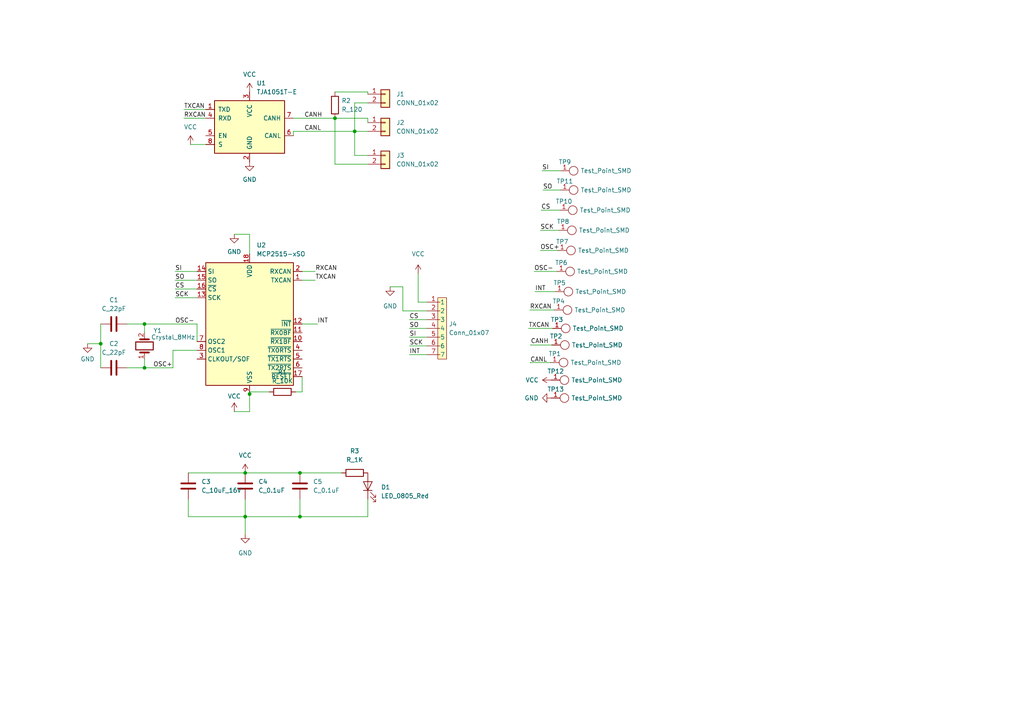
<source format=kicad_sch>
(kicad_sch (version 20211123) (generator eeschema)
  (paper "A4")
  (title_block (title "SPI to CAN Adapter") (company "Olin Baja"))
  (lib_symbols
    (symbol "Interface_CAN_LIN:MCP2515-xSO"
      (property "Reference" "U" (at -10.16 19.685 0))
      (property "Value" "MCP2515-xSO" (at 19.05 20.32 0))
      (symbol "MCP2515-xSO_0_1"
        (rectangle (start -12.7 17.78) (end 12.7 -17.78) (stroke (width 0.254)) (fill (type background)))
      )
      (symbol "MCP2515-xSO_1_1"
        (pin output line (at 15.24 12.7 180) (length 2.54) (name "TXCAN") (number "1"))
        (pin output line (at 15.24 -5.08 180) (length 2.54) (name "~{RX1BF}") (number "10"))
        (pin output line (at 15.24 -2.54 180) (length 2.54) (name "~{RX0BF}") (number "11"))
        (pin output line (at 15.24 0 180) (length 2.54) (name "~{INT}") (number "12"))
        (pin input line (at -15.24 7.62 0) (length 2.54) (name "SCK") (number "13"))
        (pin input line (at -15.24 15.24 0) (length 2.54) (name "SI") (number "14"))
        (pin output line (at -15.24 12.7 0) (length 2.54) (name "SO") (number "15"))
        (pin input line (at -15.24 10.16 0) (length 2.54) (name "~{CS}") (number "16"))
        (pin input line (at 15.24 -15.24 180) (length 2.54) (name "~{RESET}") (number "17"))
        (pin power_in line (at 0 20.32 270) (length 2.54) (name "VDD") (number "18"))
        (pin input line (at 15.24 15.24 180) (length 2.54) (name "RXCAN") (number "2"))
        (pin output line (at -15.24 -10.16 0) (length 2.54) (name "CLKOUT/SOF") (number "3"))
        (pin input line (at 15.24 -7.62 180) (length 2.54) (name "~{TX0RTS}") (number "4"))
        (pin input line (at 15.24 -10.16 180) (length 2.54) (name "~{TX1RTS}") (number "5"))
        (pin input line (at 15.24 -12.7 180) (length 2.54) (name "~{TX2RTS}") (number "6"))
        (pin output line (at -15.24 -5.08 0) (length 2.54) (name "OSC2") (number "7"))
        (pin input line (at -15.24 -7.62 0) (length 2.54) (name "OSC1") (number "8"))
        (pin power_in line (at 0 -20.32 90) (length 2.54) (name "VSS") (number "9"))
      )
    )
    (symbol "Interface_CAN_LIN:TJA1051T-E" (pin_names (offset 1.016))
      (property "Reference" "U" (at -10.16 8.89 0))
      (property "Value" "TJA1051T-E" (at 1.27 8.89 0))
      (symbol "TJA1051T-E_0_1"
        (rectangle (start -10.16 7.62) (end 10.16 -7.62) (stroke (width 0.254)) (fill (type background)))
      )
      (symbol "TJA1051T-E_1_1"
        (pin input line (at -12.7 5.08 0) (length 2.54) (name "TXD") (number "1"))
        (pin power_in line (at 0 -10.16 90) (length 2.54) (name "GND") (number "2"))
        (pin power_in line (at 0 10.16 270) (length 2.54) (name "VCC") (number "3"))
        (pin output line (at -12.7 2.54 0) (length 2.54) (name "RXD") (number "4"))
        (pin input line (at -12.7 -2.54 0) (length 2.54) (name "EN") (number "5"))
        (pin bidirectional line (at 12.7 -2.54 180) (length 2.54) (name "CANL") (number "6"))
        (pin bidirectional line (at 12.7 2.54 180) (length 2.54) (name "CANH") (number "7"))
        (pin input line (at -12.7 -5.08 0) (length 2.54) (name "S") (number "8"))
      )
    )
    (symbol "baja_schematics:CONN_01x02" (pin_names (offset 1.016) hide)
      (property "Reference" "J" (at 0 2.54 0))
      (property "Value" "CONN_01x02" (at 0 -5.08 0))
      (symbol "CONN_01x02_1_1"
        (rectangle (start -1.27 -2.413) (end 0 -2.667) (stroke (width 0.1524)))
        (rectangle (start -1.27 0.127) (end 0 -0.127) (stroke (width 0.1524)))
        (rectangle (start -1.27 1.27) (end 1.27 -3.81) (stroke (width 0.254)) (fill (type background)))
        (pin passive line (at -5.08 0 0) (length 3.81) (name "Pin_1") (number "1"))
        (pin passive line (at -5.08 -2.54 0) (length 3.81) (name "Pin_2") (number "2"))
      )
    )
    (symbol "baja_schematics:C_0.1uF" (pin_numbers hide) (pin_names (offset 0.254))
      (property "Reference" "C" (at 0.635 2.54 0))
      (property "Value" "C_0.1uF" (at 0.635 -2.54 0))
      (symbol "C_0.1uF_0_1"
        (polyline (pts (xy -2.032 -0.762) (xy 2.032 -0.762)) (stroke (width 0.508)))
        (polyline (pts (xy -2.032 0.762) (xy 2.032 0.762)) (stroke (width 0.508)))
      )
      (symbol "C_0.1uF_1_1"
        (pin passive line (at 0 3.81 270) (length 2.794) (name "~") (number "1"))
        (pin passive line (at 0 -3.81 90) (length 2.794) (name "~") (number "2"))
      )
    )
    (symbol "baja_schematics:C_10uF_16V" (pin_numbers hide) (pin_names (offset 0.254))
      (property "Reference" "C" (at 0.635 2.54 0))
      (property "Value" "C_10uF_16V" (at 0.635 -2.54 0))
      (symbol "C_10uF_16V_0_1"
        (polyline (pts (xy -2.032 -0.762) (xy 2.032 -0.762)) (stroke (width 0.508)))
        (polyline (pts (xy -2.032 0.762) (xy 2.032 0.762)) (stroke (width 0.508)))
      )
      (symbol "C_10uF_16V_1_1"
        (pin passive line (at 0 3.81 270) (length 2.794) (name "~") (number "1"))
        (pin passive line (at 0 -3.81 90) (length 2.794) (name "~") (number "2"))
      )
    )
    (symbol "baja_schematics:C_18pF" (pin_numbers hide) (pin_names (offset 0.254))
      (property "Reference" "C" (at 0.635 2.54 0))
      (property "Value" "C_18pF" (at 0.635 -2.54 0))
      (symbol "C_18pF_0_1"
        (polyline (pts (xy -2.032 -0.762) (xy 2.032 -0.762)) (stroke (width 0.508)))
        (polyline (pts (xy -2.032 0.762) (xy 2.032 0.762)) (stroke (width 0.508)))
      )
      (symbol "C_18pF_1_1"
        (pin passive line (at 0 3.81 270) (length 2.794) (name "~") (number "1"))
        (pin passive line (at 0 -3.81 90) (length 2.794) (name "~") (number "2"))
      )
    )
    (symbol "baja_schematics:Conn_01x07" (pin_names (offset 0.025))
      (property "Reference" "J" (at 0 0 0))
      (property "Value" "Conn_01x07" (at 0.635 -20.32 0))
      (symbol "Conn_01x07_0_1"
        (rectangle (start -3.175 -1.27) (end -5.715 -19.05) (fill (type background)))
      )
      (symbol "Conn_01x07_1_1"
        (pin passive line (at 0 -2.54 180) (length 3.81) (name "1") (number "1"))
        (pin passive line (at 0 -5.08 180) (length 3.81) (name "2") (number "2"))
        (pin passive line (at 0 -7.62 180) (length 3.81) (name "3") (number "3"))
        (pin passive line (at 0 -10.16 180) (length 3.81) (name "4") (number "4"))
        (pin passive line (at 0 -12.7 180) (length 3.81) (name "5") (number "5"))
        (pin passive line (at 0 -15.24 180) (length 3.81) (name "6") (number "6"))
        (pin passive line (at 0 -17.78 180) (length 3.81) (name "7") (number "7"))
      )
    )
    (symbol "baja_schematics:Crystal_8MHz" (pin_names (offset 1.016) hide)
      (property "Reference" "Y" (at 1.27 4.445 0))
      (property "Value" "Crystal_8MHz" (at 1.27 2.54 0))
      (symbol "Crystal_8MHz_1_1"
        (rectangle (start -1.143 2.54) (end 1.143 -2.54) (stroke (width 0.3048)))
        (polyline (pts (xy -2.54 0) (xy -1.905 0)))
        (polyline (pts (xy -1.905 -1.27) (xy -1.905 1.27)) (stroke (width 0.508)))
        (polyline (pts (xy 1.905 -1.27) (xy 1.905 1.27)) (stroke (width 0.508)))
        (polyline (pts (xy 2.54 0) (xy 1.905 0)))
        (pin passive line (at -3.81 0 0) (length 1.27) (name "1") (number "1"))
        (pin passive line (at 3.81 0 180) (length 1.27) (name "2") (number "2"))
      )
    )
    (symbol "baja_schematics:LED_0805_Red" (pin_numbers hide) (pin_names (offset 1.016) hide)
      (property "Reference" "D" (at 0 -2.54 0))
      (property "Value" "LED_0805_Red" (at 0 2.54 0))
      (symbol "LED_0805_Red_0_1"
        (polyline (pts (xy -1.27 -1.27) (xy -1.27 1.27)) (stroke (width 0.2032)))
        (polyline (pts (xy -1.27 0) (xy 1.27 0)))
        (polyline (pts (xy 1.27 -1.27) (xy 1.27 1.27) (xy -1.27 0) (xy 1.27 -1.27)) (stroke (width 0.2032)))
        (polyline (pts (xy -3.048 -0.762) (xy -4.572 -2.286) (xy -3.81 -2.286) (xy -4.572 -2.286) (xy -4.572 -1.524)))
        (polyline (pts (xy -1.778 -0.762) (xy -3.302 -2.286) (xy -2.54 -2.286) (xy -3.302 -2.286) (xy -3.302 -1.524)))
      )
      (symbol "LED_0805_Red_1_1"
        (pin passive line (at -3.81 0 0) (length 2.54) (name "K") (number "1"))
        (pin passive line (at 3.81 0 180) (length 2.54) (name "A") (number "2"))
      )
    )
    (symbol "baja_schematics:R_10K" (pin_numbers hide) (pin_names (offset 0))
      (property "Reference" "R" (at 2.032 0 90))
      (property "Value" "R_10K" (at -2.54 0 90))
      (symbol "R_10K_0_1"
        (rectangle (start -1.016 -2.54) (end 1.016 2.54) (stroke (width 0.254)))
      )
      (symbol "R_10K_1_1"
        (pin passive line (at 0 3.81 270) (length 1.27) (name "~") (number "1"))
        (pin passive line (at 0 -3.81 90) (length 1.27) (name "~") (number "2"))
      )
    )
    (symbol "baja_schematics:R_120" (pin_numbers hide) (pin_names (offset 0))
      (property "Reference" "R" (at 2.032 0 90))
      (property "Value" "R_120" (at -2.54 0 90))
      (symbol "R_120_0_1"
        (rectangle (start -1.016 -2.54) (end 1.016 2.54) (stroke (width 0.254)))
      )
      (symbol "R_120_1_1"
        (pin passive line (at 0 3.81 270) (length 1.27) (name "~") (number "1"))
        (pin passive line (at 0 -3.81 90) (length 1.27) (name "~") (number "2"))
      )
    )
    (symbol "baja_schematics:R_1K" (pin_numbers hide) (pin_names (offset 0))
      (property "Reference" "R" (at 2.032 0 90))
      (property "Value" "R_1K" (at -2.54 0 90))
      (symbol "R_1K_0_1"
        (rectangle (start -1.016 -2.54) (end 1.016 2.54) (stroke (width 0.254)))
      )
      (symbol "R_1K_1_1"
        (pin passive line (at 0 3.81 270) (length 1.27) (name "~") (number "1"))
        (pin passive line (at 0 -3.81 90) (length 1.27) (name "~") (number "2"))
      )
    )
    (symbol "baja_schematics:Test_Point_SMD" (pin_names (offset 1.016))
      (property "Reference" "TP" (at 0 7.62 0))
      (property "Value" "Test_Point_SMD" (at 1.27 5.08 0))
      (symbol "Test_Point_SMD_1_1"
        (circle (center 0 2.54) (radius 1.27))
        (pin input line (at 0 -1.27 90) (length 2.54) (name "~") (number "1"))
      )
    )
    (symbol "power:GND" (power) (pin_names (offset 0))
      (property "Value" "GND" (at 0 -3.81 0))
      (symbol "GND_0_1"
        (polyline (pts (xy 0 0) (xy 0 -1.27) (xy 1.27 -1.27) (xy 0 -2.54) (xy -1.27 -1.27) (xy 0 -1.27)))
      )
      (symbol "GND_1_1"
        (pin power_in line (at 0 0 270) (length 0) hide (name "GND") (number "1"))
      )
    )
    (symbol "power:VCC" (power) (pin_names (offset 0))
      (property "Value" "VCC" (at 0 3.81 0))
      (symbol "VCC_0_1"
        (polyline (pts (xy -0.762 1.27) (xy 0 2.54)))
        (polyline (pts (xy 0 0) (xy 0 2.54)))
        (polyline (pts (xy 0 2.54) (xy 0.762 1.27)))
      )
      (symbol "VCC_1_1"
        (pin power_in line (at 0 0 90) (length 0) hide (name "VCC") (number "1"))
      )
    )
  )
  (junction (at 102.87 38.1))
  (junction (at 71.12 137.16))
  (junction (at 97.155 34.29))
  (junction (at 86.995 149.86))
  (junction (at 29.21 99.695))
  (junction (at 41.91 93.98))
  (junction (at 41.91 106.68))
  (junction (at 72.39 114.3))
  (junction (at 86.995 137.16))
  (junction (at 71.12 149.86))
  (wire (pts (xy 67.945 119.38) (xy 72.39 119.38)))
  (wire (pts (xy 159.639 105.156) (xy 153.797 105.156)))
  (wire (pts (xy 71.12 137.16) (xy 86.995 137.16)))
  (wire (pts (xy 102.87 45.085) (xy 106.68 45.085)))
  (wire (pts (xy 41.91 93.98) (xy 41.91 96.52)))
  (wire (pts (xy 97.155 26.67) (xy 106.68 26.67)))
  (wire (pts (xy 86.995 144.78) (xy 86.995 149.86)))
  (wire (pts (xy 156.972 60.96) (xy 162.306 60.96)))
  (wire (pts (xy 29.21 93.98) (xy 29.21 99.695)))
  (wire (pts (xy 102.87 38.1) (xy 102.87 29.845)))
  (wire (pts (xy 85.725 113.665) (xy 87.63 113.665)))
  (wire (pts (xy 121.285 79.375) (xy 121.285 87.63)))
  (wire (pts (xy 157.226 49.53) (xy 162.56 49.53)))
  (wire (pts (xy 153.289 95.25) (xy 160.274 95.25)))
  (wire (pts (xy 87.63 113.665) (xy 87.63 109.22)))
  (wire (pts (xy 118.745 100.33) (xy 123.825 100.33)))
  (wire (pts (xy 106.68 26.67) (xy 106.68 27.305)))
  (wire (pts (xy 118.745 97.79) (xy 123.825 97.79)))
  (wire (pts (xy 97.155 47.625) (xy 106.68 47.625)))
  (wire (pts (xy 85.09 38.1) (xy 85.09 39.37)))
  (wire (pts (xy 25.4 99.695) (xy 29.21 99.695)))
  (wire (pts (xy 87.63 93.98) (xy 92.075 93.98)))
  (wire (pts (xy 41.91 104.14) (xy 41.91 106.68)))
  (wire (pts (xy 78.105 113.665) (xy 72.39 113.665)))
  (wire (pts (xy 121.285 87.63) (xy 123.825 87.63)))
  (wire (pts (xy 50.8 81.28) (xy 57.15 81.28)))
  (wire (pts (xy 72.39 113.665) (xy 72.39 114.3)))
  (wire (pts (xy 106.68 34.29) (xy 106.68 35.56)))
  (wire (pts (xy 54.61 144.78) (xy 54.61 149.86)))
  (wire (pts (xy 118.745 95.25) (xy 123.825 95.25)))
  (wire (pts (xy 50.8 83.82) (xy 57.15 83.82)))
  (wire (pts (xy 153.924 100.076) (xy 153.924 99.949)))
  (wire (pts (xy 97.155 34.29) (xy 106.68 34.29)))
  (wire (pts (xy 71.12 149.86) (xy 71.12 154.94)))
  (wire (pts (xy 50.8 78.74) (xy 57.15 78.74)))
  (wire (pts (xy 86.995 137.16) (xy 99.06 137.16)))
  (wire (pts (xy 106.68 144.78) (xy 106.68 149.86)))
  (wire (pts (xy 153.67 89.916) (xy 160.782 89.916)))
  (wire (pts (xy 29.21 99.695) (xy 29.21 106.68)))
  (wire (pts (xy 116.84 90.17) (xy 123.825 90.17)))
  (wire (pts (xy 53.34 34.29) (xy 59.69 34.29)))
  (wire (pts (xy 87.63 78.74) (xy 91.44 78.74)))
  (wire (pts (xy 50.165 101.6) (xy 50.165 106.68)))
  (wire (pts (xy 156.718 72.644) (xy 161.798 72.644)))
  (wire (pts (xy 155.194 84.582) (xy 161.036 84.582)))
  (wire (pts (xy 53.34 31.75) (xy 59.69 31.75)))
  (wire (pts (xy 36.83 93.98) (xy 41.91 93.98)))
  (wire (pts (xy 41.91 106.68) (xy 50.165 106.68)))
  (wire (pts (xy 154.94 78.74) (xy 161.544 78.74)))
  (wire (pts (xy 54.61 149.86) (xy 71.12 149.86)))
  (wire (pts (xy 102.87 29.845) (xy 106.68 29.845)))
  (wire (pts (xy 160.02 100.076) (xy 153.924 100.076)))
  (wire (pts (xy 71.12 149.86) (xy 86.995 149.86)))
  (wire (pts (xy 41.91 93.98) (xy 57.15 93.98)))
  (wire (pts (xy 157.48 55.118) (xy 162.56 55.118)))
  (wire (pts (xy 36.83 106.68) (xy 41.91 106.68)))
  (wire (pts (xy 118.745 92.71) (xy 123.825 92.71)))
  (wire (pts (xy 97.155 34.29) (xy 97.155 47.625)))
  (wire (pts (xy 57.15 93.98) (xy 57.15 99.06)))
  (wire (pts (xy 85.09 34.29) (xy 97.155 34.29)))
  (wire (pts (xy 57.15 101.6) (xy 50.165 101.6)))
  (wire (pts (xy 71.12 144.78) (xy 71.12 149.86)))
  (wire (pts (xy 72.39 67.945) (xy 72.39 73.66)))
  (wire (pts (xy 86.995 149.86) (xy 106.68 149.86)))
  (wire (pts (xy 72.39 114.3) (xy 72.39 119.38)))
  (wire (pts (xy 50.8 86.36) (xy 57.15 86.36)))
  (wire (pts (xy 106.68 38.1) (xy 102.87 38.1)))
  (wire (pts (xy 153.797 105.156) (xy 153.797 105.283)))
  (wire (pts (xy 102.87 38.1) (xy 102.87 45.085)))
  (wire (pts (xy 102.87 38.1) (xy 85.09 38.1)))
  (wire (pts (xy 55.245 41.91) (xy 59.69 41.91)))
  (wire (pts (xy 156.718 66.802) (xy 162.052 66.802)))
  (wire (pts (xy 54.61 137.16) (xy 71.12 137.16)))
  (wire (pts (xy 113.157 83.185) (xy 116.84 83.185)))
  (wire (pts (xy 87.63 81.28) (xy 91.44 81.28)))
  (wire (pts (xy 67.945 67.945) (xy 72.39 67.945)))
  (wire (pts (xy 118.745 102.87) (xy 123.825 102.87)))
  (wire (pts (xy 116.84 83.185) (xy 116.84 90.17)))
  (label "OSC+" (at 44.45 106.68 0))
  (label "CS" (at 156.972 60.96 0))
  (label "RXCAN" (at 53.34 34.29 0))
  (label "OSC-" (at 50.8 93.98 0))
  (label "CS" (at 50.8 83.82 0))
  (label "CANL" (at 153.797 105.283 0))
  (label "SCK" (at 50.8 86.36 0))
  (label "SI" (at 157.226 49.53 0))
  (label "SCK" (at 118.745 100.33 0))
  (label "SO" (at 157.48 55.118 0))
  (label "SCK" (at 156.718 66.802 0))
  (label "TXCAN" (at 53.34 31.75 0))
  (label "CANH" (at 153.924 99.949 0))
  (label "TXCAN" (at 153.289 95.25 0))
  (label "TXCAN" (at 91.44 81.28 0))
  (label "RXCAN" (at 91.44 78.74 0))
  (label "OSC+" (at 156.718 72.644 0))
  (label "SI" (at 50.8 78.74 0))
  (label "CS" (at 118.745 92.71 0))
  (label "SO" (at 118.745 95.25 0))
  (label "SO" (at 50.8 81.28 0))
  (label "RXCAN" (at 153.67 89.916 0))
  (label "INT" (at 155.194 84.582 0))
  (label "OSC-" (at 154.94 78.74 0))
  (label "CANH" (at 88.265 34.29 0))
  (label "SI" (at 118.745 97.79 0))
  (label "CANL" (at 88.265 38.1 0))
  (label "INT" (at 118.745 102.87 0))
  (label "INT" (at 92.075 93.98 0))
  (symbol (lib_id "baja_schematics:C_18pF") (at 33.02 106.68 90) (unit 1)
    (property "Reference" "C2" (at 33.02 99.695 90))
    (property "Value" "C_22pF" (at 33.02 102.235 90))
    (property "Footprint" "footprints:C_0603_1608Metric" (effects hide))
    (property "Datasheet" "https://www.vishay.com/docs/28548/vjw1bcbascomseries.pdf" (effects hide))
    (property "MFN" "DK" (effects hide))
    (property "MPN" "720-1660-1-ND" (effects hide))
    (property "PurchasingLink" "https://www.digikey.com/product-detail/en/vishay-vitramon/VJ0603A180FXQCW1BC/720-1660-1-ND/8324080" (effects hide))
  )
  (symbol (lib_id "baja_schematics:Test_Point_SMD") (at 163.83 55.118 270) (unit 1)
    (property "Reference" "TP11" (at 163.83 52.578 90))
    (property "Value" "Test_Point_SMD" (at 175.768 55.118 90))
    (property "Footprint" "TestPoint:TestPoint_Pad_D1.5mm" (effects hide))
  )
  (symbol (lib_id "baja_schematics:C_0.1uF") (at 71.12 140.97 0) (unit 1)
    (property "Reference" "C4" (at 74.93 139.6999 0) (effects (justify left)))
    (property "Value" "C_0.1uF" (at 74.93 142.2399 0) (effects (justify left)))
    (property "Footprint" "footprints:C_0805_OEM" (effects hide))
    (property "Datasheet" "http://datasheets.avx.com/X7RDielectric.pdf" (effects hide))
    (property "MFN" "DK" (effects hide))
    (property "MPN" "478-3352-1-ND" (effects hide))
    (property "PurchasingLink" "https://www.digikey.com/products/en?keywords=478-3352-1-ND" (effects hide))
  )
  (symbol (lib_id "baja_schematics:Test_Point_SMD") (at 161.544 95.25 270) (unit 1)
    (property "Reference" "TP3" (at 161.544 92.71 90))
    (property "Value" "Test_Point_SMD" (at 173.482 95.25 90))
    (property "Footprint" "TestPoint:TestPoint_Pad_D1.5mm" (effects hide))
  )
  (symbol (lib_id "baja_schematics:C_0.1uF") (at 86.995 140.97 0) (unit 1)
    (property "Reference" "C5" (at 90.805 139.6999 0) (effects (justify left)))
    (property "Value" "C_0.1uF" (at 90.805 142.2399 0) (effects (justify left)))
    (property "Footprint" "footprints:C_0805_OEM" (effects hide))
    (property "Datasheet" "http://datasheets.avx.com/X7RDielectric.pdf" (effects hide))
    (property "MFN" "DK" (effects hide))
    (property "MPN" "478-3352-1-ND" (effects hide))
    (property "PurchasingLink" "https://www.digikey.com/products/en?keywords=478-3352-1-ND" (effects hide))
  )
  (symbol (lib_id "baja_schematics:Test_Point_SMD") (at 161.163 110.236 270) (unit 1)
    (property "Reference" "TP12" (at 161.163 107.696 90))
    (property "Value" "Test_Point_SMD" (at 173.101 110.236 90))
    (property "Footprint" "TestPoint:TestPoint_Pad_D1.5mm" (effects hide))
  )
  (symbol (lib_id "baja_schematics:Conn_01x07") (at 123.825 85.09 0) (mirror y) (unit 1)
    (property "Reference" "J4" (at 130.175 93.9799 0) (effects (justify right)))
    (property "Value" "Conn_01x07" (at 130.175 96.5199 0) (effects (justify right)))
    (property "Footprint" "Connector_PinHeader_2.54mm:PinHeader_1x07_P2.54mm_Vertical" (effects hide))
    (property "Datasheet" "https://www.we-online.com/katalog/datasheet/6130xx11121.pdf" (effects hide))
    (property "MFN" "Würth Elektronik" (effects hide))
    (property "MPN" "61300711121" (effects hide))
    (property "Purchase Link" "https://www.digikey.com/en/products/detail/61300711121/732-5320-ND/4846837?curr=usd" (effects hide))
  )
  (symbol (lib_id "power:GND") (at 71.12 154.94 0) (unit 1)
    (property "Reference" "#PWR0109" (effects hide))
    (property "Value" "GND" (at 71.12 160.401 0))
  )
  (symbol (lib_id "power:VCC") (at 67.945 119.38 0) (unit 1)
    (property "Reference" "#PWR0106" (effects hide))
    (property "Value" "VCC" (at 67.945 114.935 0))
  )
  (symbol (lib_id "baja_schematics:R_120") (at 97.155 30.48 0) (unit 1)
    (property "Reference" "R2" (at 99.06 29.2099 0) (effects (justify left)))
    (property "Value" "R_120" (at 99.06 31.7499 0) (effects (justify left)))
    (property "Footprint" "footprints:R_0805_OEM" (effects hide))
    (property "Datasheet" "https://www.mouser.com/datasheet/2/315/AOA0000C304-1149620.pdf" (effects hide))
    (property "MFN" "DK" (effects hide))
    (property "MPN" "667-ERJ-6ENF1200V" (effects hide))
    (property "PurchasingLink" "https://www.mouser.com/ProductDetail/Panasonic-Industrial-Devices/ERJ-6ENF1200V?qs=sGAEpiMZZMvdGkrng054t8AJgcdMkx7x%252bFQnctTMUmU%3d" (effects hide))
  )
  (symbol (lib_id "baja_schematics:Test_Point_SMD") (at 163.322 66.802 270) (unit 1)
    (property "Reference" "TP8" (at 163.322 64.262 90))
    (property "Value" "Test_Point_SMD" (at 175.26 66.802 90))
    (property "Footprint" "TestPoint:TestPoint_Pad_D1.5mm" (effects hide))
  )
  (symbol (lib_id "baja_schematics:R_10K") (at 81.915 113.665 270) (mirror x) (unit 1)
    (property "Reference" "R1" (at 81.915 107.95 90))
    (property "Value" "R_10K" (at 81.915 110.49 90))
    (property "Footprint" "footprints:R_0805_OEM" (effects hide))
    (property "Datasheet" "http://www.bourns.com/data/global/pdfs/CRS.pdf" (effects hide))
    (property "MFN" "DK" (effects hide))
    (property "MPN" "CRS0805-FX-1002ELFCT-ND" (effects hide))
    (property "PurchasingLink" "https://www.digikey.com/products/en?keywords=CRS0805-FX-1002ELFCT-ND" (effects hide))
  )
  (symbol (lib_id "power:VCC") (at 121.285 79.375 0) (unit 1)
    (property "Reference" "#PWR0103" (effects hide))
    (property "Value" "VCC" (at 121.285 73.66 0))
  )
  (symbol (lib_id "baja_schematics:Test_Point_SMD") (at 162.052 89.916 270) (unit 1)
    (property "Reference" "TP4" (at 162.052 87.376 90))
    (property "Value" "Test_Point_SMD" (at 173.99 89.916 90))
    (property "Footprint" "TestPoint:TestPoint_Pad_D1.5mm" (effects hide))
  )
  (symbol (lib_id "power:GND") (at 72.39 46.99 0) (unit 1)
    (property "Reference" "#PWR0108" (effects hide))
    (property "Value" "GND" (at 72.39 52.07 0))
  )
  (symbol (lib_id "power:GND") (at 159.893 115.443 270) (mirror x) (unit 1)
    (property "Reference" "#PWR0111" (effects hide))
    (property "Value" "GND" (at 156.21 115.4429 90) (effects (justify right)))
  )
  (symbol (lib_id "power:VCC") (at 55.245 41.91 0) (unit 1)
    (property "Reference" "#PWR0101" (effects hide))
    (property "Value" "VCC" (at 55.245 36.83 0))
  )
  (symbol (lib_id "baja_schematics:Test_Point_SMD") (at 161.29 100.076 270) (unit 1)
    (property "Reference" "TP2" (at 161.29 97.536 90))
    (property "Value" "Test_Point_SMD" (at 173.228 100.076 90))
    (property "Footprint" "TestPoint:TestPoint_Pad_D1.5mm" (effects hide))
  )
  (symbol (lib_id "power:GND") (at 113.157 83.185 0) (unit 1)
    (property "Reference" "#PWR0104" (effects hide))
    (property "Value" "GND" (at 113.157 88.773 0))
  )
  (symbol (lib_id "power:VCC") (at 71.12 137.16 0) (unit 1)
    (property "Reference" "#PWR0110" (effects hide))
    (property "Value" "VCC" (at 71.12 132.08 0))
  )
  (symbol (lib_id "baja_schematics:C_10uF_16V") (at 54.61 140.97 0) (unit 1)
    (property "Reference" "C3" (at 58.42 139.6999 0) (effects (justify left)))
    (property "Value" "C_10uF_16V" (at 58.42 142.2399 0) (effects (justify left)))
    (property "Footprint" "footprints:C_0805_OEM" (effects hide))
    (property "Datasheet" "http://www.samsungsem.com/kr/support/product-search/mlcc/__icsFiles/afieldfile/2016/01/15/Data%20sheet_CL21A106KOCLRNC.pdf" (effects hide))
    (property "MFN" "DK" (effects hide))
    (property "MPN" "1276-2399-1-ND" (effects hide))
    (property "PurchasingLink" "https://www.digikey.com/product-detail/en/samsung-electro-mechanics/CL21A106KOCLRNC/1276-2399-1-ND/3890485" (effects hide))
  )
  (symbol (lib_id "power:VCC") (at 72.39 26.67 0) (unit 1)
    (property "Reference" "#PWR0107" (effects hide))
    (property "Value" "VCC" (at 72.39 21.59 0))
  )
  (symbol (lib_id "power:GND") (at 25.4 99.695 0) (unit 1)
    (property "Reference" "#PWR0105" (effects hide))
    (property "Value" "GND" (at 25.4 104.14 0))
  )
  (symbol (lib_id "baja_schematics:R_1K") (at 102.87 137.16 90) (unit 1)
    (property "Reference" "R3" (at 102.87 130.81 90))
    (property "Value" "R_1K" (at 102.87 133.35 90))
    (property "Footprint" "footprints:R_0805_OEM" (effects hide))
    (property "Datasheet" "https://www.seielect.com/Catalog/SEI-rncp.pdf" (effects hide))
    (property "MFN" "DK" (effects hide))
    (property "MPN" "RNCP0805FTD1K00CT-ND" (effects hide))
    (property "PurchasingLink" "https://www.digikey.com/products/en?keywords=RNCP0805FTD1K00CT-ND" (effects hide))
  )
  (symbol (lib_id "baja_schematics:Crystal_8MHz") (at 41.91 100.33 90) (unit 1)
    (property "Reference" "Y1" (at 44.45 95.885 90) (effects (justify right)))
    (property "Value" "Crystal_8MHz" (at 43.815 97.79 90) (effects (justify right)))
    (property "Footprint" "footprints:ABM3-8_5.0x3.2mm_P3.7mm" (effects hide))
    (property "Datasheet" "https://abracon.com/Resonators/abm3.pdf" (effects hide))
    (property "MFN" "DK" (effects hide))
    (property "MPN" "535-10630-1-ND" (effects hide))
    (property "PurchasingLink" "https://www.digikey.com/product-detail/en/abracon-llc/ABM3-8.000MHZ-D2Y-T/535-10630-1-ND/2344632" (effects hide))
  )
  (symbol (lib_id "baja_schematics:CONN_01x02") (at 111.76 45.085 0) (unit 1)
    (property "Reference" "J3" (at 114.935 45.0849 0) (effects (justify left)))
    (property "Value" "CONN_01x02" (at 114.935 47.6249 0) (effects (justify left)))
    (property "Footprint" "footprints:PinHeader_1x02_P2.54mm_Vertical" (effects hide))
    (property "Datasheet" "https://katalog.we-online.de/em/datasheet/6130xx11121.pdf" (effects hide))
    (property "MFN" "DK" (effects hide))
    (property "MPN" "732-5315-ND" (effects hide))
  )
  (symbol (lib_id "Interface_CAN_LIN:TJA1051T-E") (at 72.39 36.83 0) (unit 1)
    (property "Reference" "U1" (at 74.4094 24.13 0) (effects (justify left)))
    (property "Value" "TJA1051T-E" (at 74.4094 26.67 0) (effects (justify left)))
    (property "Footprint" "Package_SO:SOIC-8_3.9x4.9mm_P1.27mm" (effects hide))
    (property "Datasheet" "http://www.nxp.com/documents/data_sheet/TJA1051.pdf" (effects hide))
  )
  (symbol (lib_id "baja_schematics:Test_Point_SMD") (at 163.576 60.96 270) (unit 1)
    (property "Reference" "TP10" (at 163.576 58.42 90))
    (property "Value" "Test_Point_SMD" (at 175.514 60.96 90))
    (property "Footprint" "TestPoint:TestPoint_Pad_D1.5mm" (effects hide))
  )
  (symbol (lib_id "baja_schematics:Test_Point_SMD") (at 162.306 84.582 270) (unit 1)
    (property "Reference" "TP5" (at 162.306 82.042 90))
    (property "Value" "Test_Point_SMD" (at 174.244 84.582 90))
    (property "Footprint" "TestPoint:TestPoint_Pad_D1.5mm" (effects hide))
  )
  (symbol (lib_id "baja_schematics:Test_Point_SMD") (at 162.814 78.74 270) (unit 1)
    (property "Reference" "TP6" (at 162.814 76.2 90))
    (property "Value" "Test_Point_SMD" (at 174.752 78.74 90))
    (property "Footprint" "TestPoint:TestPoint_Pad_D1.5mm" (effects hide))
  )
  (symbol (lib_id "power:GND") (at 67.945 67.945 0) (unit 1)
    (property "Reference" "#PWR0102" (effects hide))
    (property "Value" "GND" (at 67.945 73.025 0))
  )
  (symbol (lib_id "baja_schematics:C_18pF") (at 33.02 93.98 90) (unit 1)
    (property "Reference" "C1" (at 33.02 86.995 90))
    (property "Value" "C_22pF" (at 33.02 89.535 90))
    (property "Footprint" "footprints:C_0603_1608Metric" (effects hide))
    (property "Datasheet" "https://www.vishay.com/docs/28548/vjw1bcbascomseries.pdf" (effects hide))
    (property "MFN" "DK" (effects hide))
    (property "MPN" "720-1660-1-ND" (effects hide))
    (property "PurchasingLink" "https://www.digikey.com/product-detail/en/vishay-vitramon/VJ0603A180FXQCW1BC/720-1660-1-ND/8324080" (effects hide))
  )
  (symbol (lib_id "baja_schematics:Test_Point_SMD") (at 160.909 105.156 270) (unit 1)
    (property "Reference" "TP1" (at 160.909 102.616 90))
    (property "Value" "Test_Point_SMD" (at 172.847 105.156 90))
    (property "Footprint" "TestPoint:TestPoint_Pad_D1.5mm" (effects hide))
  )
  (symbol (lib_id "baja_schematics:Test_Point_SMD") (at 163.068 72.644 270) (unit 1)
    (property "Reference" "TP7" (at 163.068 70.104 90))
    (property "Value" "Test_Point_SMD" (at 175.006 72.644 90))
    (property "Footprint" "TestPoint:TestPoint_Pad_D1.5mm" (effects hide))
  )
  (symbol (lib_id "power:VCC") (at 159.893 110.236 90) (unit 1)
    (property "Reference" "#PWR0112" (effects hide))
    (property "Value" "VCC" (at 152.4 110.236 90) (effects (justify right)))
  )
  (symbol (lib_id "baja_schematics:LED_0805_Red") (at 106.68 140.97 90) (unit 1)
    (property "Reference" "D1" (at 110.49 141.3001 90) (effects (justify right)))
    (property "Value" "LED_0805_Red" (at 110.49 143.8401 90) (effects (justify right)))
    (property "Footprint" "footprints:LED_0805_OEM" (effects hide))
    (property "Datasheet" "http://www.osram-os.com/Graphics/XPic8/00078869_0.pdf" (effects hide))
    (property "MFN" "DK" (effects hide))
    (property "MPN" "475-1415-1-ND" (effects hide))
    (property "PurchasingLink" "https://www.digikey.com/product-detail/en/osram-opto-semiconductors-inc/LH-R974-LP-1/475-1415-1-ND/1802604" (effects hide))
  )
  (symbol (lib_id "baja_schematics:CONN_01x02") (at 111.76 27.305 0) (unit 1)
    (property "Reference" "J1" (at 114.935 27.3049 0) (effects (justify left)))
    (property "Value" "CONN_01x02" (at 114.935 29.8449 0) (effects (justify left)))
    (property "Footprint" "footprints:PinHeader_1x02_P2.54mm_Vertical" (effects hide))
    (property "Datasheet" "https://katalog.we-online.de/em/datasheet/6130xx11121.pdf" (effects hide))
    (property "MFN" "DK" (effects hide))
    (property "MPN" "732-5315-ND" (effects hide))
  )
  (symbol (lib_id "Interface_CAN_LIN:MCP2515-xSO") (at 72.39 93.98 0) (unit 1)
    (property "Reference" "U2" (at 74.4094 71.12 0) (effects (justify left)))
    (property "Value" "MCP2515-xSO" (at 74.4094 73.66 0) (effects (justify left)))
    (property "Footprint" "Package_SO:SOIC-18W_7.5x11.6mm_P1.27mm" (effects hide))
    (property "Datasheet" "http://ww1.microchip.com/downloads/en/DeviceDoc/21801e.pdf" (effects hide))
  )
  (symbol (lib_id "baja_schematics:Test_Point_SMD") (at 161.163 115.443 270) (unit 1)
    (property "Reference" "TP13" (at 161.163 112.903 90))
    (property "Value" "Test_Point_SMD" (at 173.101 115.443 90))
    (property "Footprint" "TestPoint:TestPoint_Pad_D1.5mm" (effects hide))
  )
  (symbol (lib_id "baja_schematics:CONN_01x02") (at 111.76 35.56 0) (unit 1)
    (property "Reference" "J2" (at 114.935 35.5599 0) (effects (justify left)))
    (property "Value" "CONN_01x02" (at 114.935 38.0999 0) (effects (justify left)))
    (property "Footprint" "footprints:PinHeader_1x02_P2.54mm_Vertical" (effects hide))
    (property "Datasheet" "https://katalog.we-online.de/em/datasheet/6130xx11121.pdf" (effects hide))
    (property "MFN" "DK" (effects hide))
    (property "MPN" "732-5315-ND" (effects hide))
  )
  (symbol (lib_id "baja_schematics:Test_Point_SMD") (at 163.83 49.53 270) (unit 1)
    (property "Reference" "TP9" (at 163.83 46.99 90))
    (property "Value" "Test_Point_SMD" (at 175.768 49.53 90))
    (property "Footprint" "TestPoint:TestPoint_Pad_D1.5mm" (effects hide))
  )
)
</source>
